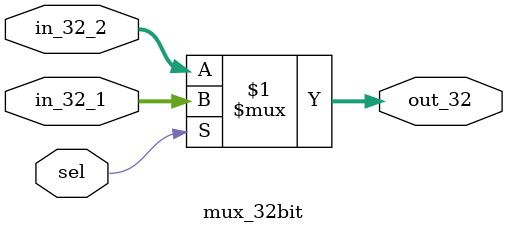
<source format=v>
module mux_32bit(
    input sel,
    input [31:0] in_32_1,
    input [31:0] in_32_2,
    output [31:0] out_32
);

assign out_32 = (sel)  ? (in_32_1) : (in_32_2);

endmodule
</source>
